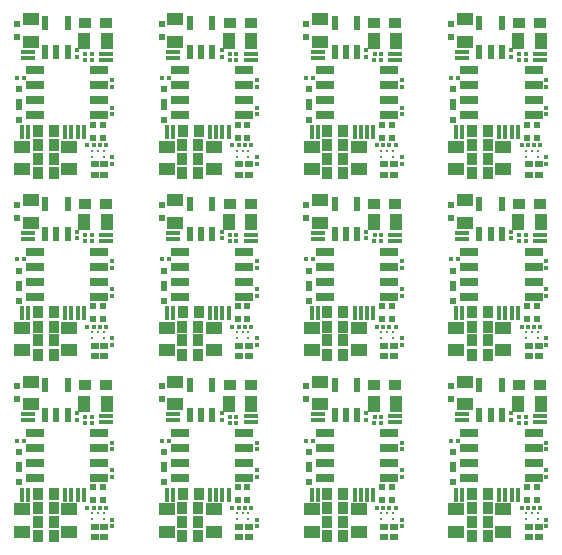
<source format=gtp>
G04*
G04 #@! TF.GenerationSoftware,Altium Limited,Altium Designer,25.0.2 (28)*
G04*
G04 Layer_Color=8421504*
%FSLAX44Y44*%
%MOMM*%
G71*
G04*
G04 #@! TF.SameCoordinates,6A123C44-6EB7-423C-9969-B25F4FCB3D5A*
G04*
G04*
G04 #@! TF.FilePolarity,Positive*
G04*
G01*
G75*
%ADD11R,0.6000X0.6000*%
%ADD12R,0.3500X0.3500*%
%ADD13R,1.5250X0.6500*%
%ADD14R,0.6000X1.2000*%
%ADD15R,0.3500X0.3500*%
%ADD16R,1.4000X1.0000*%
%ADD17R,1.1500X0.3250*%
%ADD18R,0.3250X1.1500*%
%ADD19R,0.6400X0.6000*%
%ADD20R,1.0000X1.4000*%
%ADD21R,0.9000X1.0000*%
%ADD22R,1.0000X0.9000*%
%ADD23C,0.2500*%
D11*
X51390Y195160D02*
D03*
Y206160D02*
D03*
X115890Y109410D02*
D03*
Y120410D02*
D03*
X123890Y109410D02*
D03*
Y120410D02*
D03*
X53390Y139410D02*
D03*
Y150410D02*
D03*
Y124910D02*
D03*
Y135910D02*
D03*
X173890Y195160D02*
D03*
Y206160D02*
D03*
X238390Y109410D02*
D03*
Y120410D02*
D03*
X246390Y109410D02*
D03*
Y120410D02*
D03*
X175890Y139410D02*
D03*
Y150410D02*
D03*
Y124910D02*
D03*
Y135910D02*
D03*
X296390Y195160D02*
D03*
Y206160D02*
D03*
X360890Y109410D02*
D03*
Y120410D02*
D03*
X368890Y109410D02*
D03*
Y120410D02*
D03*
X298390Y139410D02*
D03*
Y150410D02*
D03*
Y124910D02*
D03*
Y135910D02*
D03*
X418890Y195160D02*
D03*
Y206160D02*
D03*
X483390Y109410D02*
D03*
Y120410D02*
D03*
X491390Y109410D02*
D03*
Y120410D02*
D03*
X420890Y139410D02*
D03*
Y150410D02*
D03*
Y124910D02*
D03*
Y135910D02*
D03*
X51390Y348660D02*
D03*
Y359660D02*
D03*
X115890Y262910D02*
D03*
Y273910D02*
D03*
X123890Y262910D02*
D03*
Y273910D02*
D03*
X53390Y292910D02*
D03*
Y303910D02*
D03*
Y278410D02*
D03*
Y289410D02*
D03*
X173890Y348660D02*
D03*
Y359660D02*
D03*
X238390Y262910D02*
D03*
Y273910D02*
D03*
X246390Y262910D02*
D03*
Y273910D02*
D03*
X175890Y292910D02*
D03*
Y303910D02*
D03*
Y278410D02*
D03*
Y289410D02*
D03*
X296390Y348660D02*
D03*
Y359660D02*
D03*
X360890Y262910D02*
D03*
Y273910D02*
D03*
X368890Y262910D02*
D03*
Y273910D02*
D03*
X298390Y292910D02*
D03*
Y303910D02*
D03*
Y278410D02*
D03*
Y289410D02*
D03*
X418890Y348660D02*
D03*
Y359660D02*
D03*
X483390Y262910D02*
D03*
Y273910D02*
D03*
X491390Y262910D02*
D03*
Y273910D02*
D03*
X420890Y292910D02*
D03*
Y303910D02*
D03*
Y278410D02*
D03*
Y289410D02*
D03*
X51390Y502160D02*
D03*
Y513160D02*
D03*
X115890Y416410D02*
D03*
Y427410D02*
D03*
X123890Y416410D02*
D03*
Y427410D02*
D03*
X53390Y446410D02*
D03*
Y457410D02*
D03*
Y431910D02*
D03*
Y442910D02*
D03*
X173890Y502160D02*
D03*
Y513160D02*
D03*
X238390Y416410D02*
D03*
Y427410D02*
D03*
X246390Y416410D02*
D03*
Y427410D02*
D03*
X175890Y446410D02*
D03*
Y457410D02*
D03*
Y431910D02*
D03*
Y442910D02*
D03*
X296390Y502160D02*
D03*
Y513160D02*
D03*
X360890Y416410D02*
D03*
Y427410D02*
D03*
X368890Y416410D02*
D03*
Y427410D02*
D03*
X298390Y446410D02*
D03*
Y457410D02*
D03*
Y431910D02*
D03*
Y442910D02*
D03*
X418890Y502160D02*
D03*
Y513160D02*
D03*
X483390Y416410D02*
D03*
Y427410D02*
D03*
X491390Y416410D02*
D03*
Y427410D02*
D03*
X420890Y446410D02*
D03*
Y457410D02*
D03*
Y431910D02*
D03*
Y442910D02*
D03*
D12*
X132140Y134910D02*
D03*
Y129410D02*
D03*
X102140Y177910D02*
D03*
Y183610D02*
D03*
X132107Y152693D02*
D03*
Y158392D02*
D03*
X132140Y87410D02*
D03*
Y93110D02*
D03*
X254640Y134910D02*
D03*
Y129410D02*
D03*
X224640Y177910D02*
D03*
Y183610D02*
D03*
X254607Y152693D02*
D03*
Y158392D02*
D03*
X254640Y87410D02*
D03*
Y93110D02*
D03*
X377140Y134910D02*
D03*
Y129410D02*
D03*
X347140Y177910D02*
D03*
Y183610D02*
D03*
X377107Y152693D02*
D03*
Y158392D02*
D03*
X377140Y87410D02*
D03*
Y93110D02*
D03*
X499640Y134910D02*
D03*
Y129410D02*
D03*
X469640Y177910D02*
D03*
Y183610D02*
D03*
X499607Y152693D02*
D03*
Y158392D02*
D03*
X499640Y87410D02*
D03*
Y93110D02*
D03*
X132140Y288410D02*
D03*
Y282910D02*
D03*
X102140Y331410D02*
D03*
Y337110D02*
D03*
X132107Y306192D02*
D03*
Y311893D02*
D03*
X132140Y240910D02*
D03*
Y246610D02*
D03*
X254640Y288410D02*
D03*
Y282910D02*
D03*
X224640Y331410D02*
D03*
Y337110D02*
D03*
X254607Y306192D02*
D03*
Y311893D02*
D03*
X254640Y240910D02*
D03*
Y246610D02*
D03*
X377140Y288410D02*
D03*
Y282910D02*
D03*
X347140Y331410D02*
D03*
Y337110D02*
D03*
X377107Y306192D02*
D03*
Y311893D02*
D03*
X377140Y240910D02*
D03*
Y246610D02*
D03*
X499640Y288410D02*
D03*
Y282910D02*
D03*
X469640Y331410D02*
D03*
Y337110D02*
D03*
X499607Y306192D02*
D03*
Y311893D02*
D03*
X499640Y240910D02*
D03*
Y246610D02*
D03*
X132140Y441910D02*
D03*
Y436410D02*
D03*
X102140Y484910D02*
D03*
Y490610D02*
D03*
X132107Y459692D02*
D03*
Y465392D02*
D03*
X132140Y394410D02*
D03*
Y400110D02*
D03*
X254640Y441910D02*
D03*
Y436410D02*
D03*
X224640Y484910D02*
D03*
Y490610D02*
D03*
X254607Y459692D02*
D03*
Y465392D02*
D03*
X254640Y394410D02*
D03*
Y400110D02*
D03*
X377140Y441910D02*
D03*
Y436410D02*
D03*
X347140Y484910D02*
D03*
Y490610D02*
D03*
X377107Y459692D02*
D03*
Y465392D02*
D03*
X377140Y394410D02*
D03*
Y400110D02*
D03*
X499640Y441910D02*
D03*
Y436410D02*
D03*
X469640Y484910D02*
D03*
Y490610D02*
D03*
X499607Y459692D02*
D03*
Y465392D02*
D03*
X499640Y394410D02*
D03*
Y400110D02*
D03*
D13*
X67020Y128360D02*
D03*
Y141060D02*
D03*
Y153760D02*
D03*
Y166460D02*
D03*
X121260Y128360D02*
D03*
Y141060D02*
D03*
Y166460D02*
D03*
Y153760D02*
D03*
X189520Y128360D02*
D03*
Y141060D02*
D03*
Y153760D02*
D03*
Y166460D02*
D03*
X243760Y128360D02*
D03*
Y141060D02*
D03*
Y166460D02*
D03*
Y153760D02*
D03*
X312020Y128360D02*
D03*
Y141060D02*
D03*
Y153760D02*
D03*
Y166460D02*
D03*
X366260Y128360D02*
D03*
Y141060D02*
D03*
Y166460D02*
D03*
Y153760D02*
D03*
X434520Y128360D02*
D03*
Y141060D02*
D03*
Y153760D02*
D03*
Y166460D02*
D03*
X488760Y128360D02*
D03*
Y141060D02*
D03*
Y166460D02*
D03*
Y153760D02*
D03*
X67020Y281860D02*
D03*
Y294560D02*
D03*
Y307260D02*
D03*
Y319960D02*
D03*
X121260Y281860D02*
D03*
Y294560D02*
D03*
Y319960D02*
D03*
Y307260D02*
D03*
X189520Y281860D02*
D03*
Y294560D02*
D03*
Y307260D02*
D03*
Y319960D02*
D03*
X243760Y281860D02*
D03*
Y294560D02*
D03*
Y319960D02*
D03*
Y307260D02*
D03*
X312020Y281860D02*
D03*
Y294560D02*
D03*
Y307260D02*
D03*
Y319960D02*
D03*
X366260Y281860D02*
D03*
Y294560D02*
D03*
Y319960D02*
D03*
Y307260D02*
D03*
X434520Y281860D02*
D03*
Y294560D02*
D03*
Y307260D02*
D03*
Y319960D02*
D03*
X488760Y281860D02*
D03*
Y294560D02*
D03*
Y319960D02*
D03*
Y307260D02*
D03*
X67020Y435360D02*
D03*
Y448060D02*
D03*
Y460760D02*
D03*
Y473460D02*
D03*
X121260Y435360D02*
D03*
Y448060D02*
D03*
Y473460D02*
D03*
Y460760D02*
D03*
X189520Y435360D02*
D03*
Y448060D02*
D03*
Y460760D02*
D03*
Y473460D02*
D03*
X243760Y435360D02*
D03*
Y448060D02*
D03*
Y473460D02*
D03*
Y460760D02*
D03*
X312020Y435360D02*
D03*
Y448060D02*
D03*
Y460760D02*
D03*
Y473460D02*
D03*
X366260Y435360D02*
D03*
Y448060D02*
D03*
Y473460D02*
D03*
Y460760D02*
D03*
X434520Y435360D02*
D03*
Y448060D02*
D03*
Y460760D02*
D03*
Y473460D02*
D03*
X488760Y435360D02*
D03*
Y448060D02*
D03*
Y473460D02*
D03*
Y460760D02*
D03*
D14*
X84890Y181910D02*
D03*
X75390D02*
D03*
X94390D02*
D03*
X75390Y206910D02*
D03*
X94390D02*
D03*
X207390Y181910D02*
D03*
X197890D02*
D03*
X216890D02*
D03*
X197890Y206910D02*
D03*
X216890D02*
D03*
X329890Y181910D02*
D03*
X320390D02*
D03*
X339390D02*
D03*
X320390Y206910D02*
D03*
X339390D02*
D03*
X452390Y181910D02*
D03*
X442890D02*
D03*
X461890D02*
D03*
X442890Y206910D02*
D03*
X461890D02*
D03*
X84890Y335410D02*
D03*
X75390D02*
D03*
X94390D02*
D03*
X75390Y360410D02*
D03*
X94390D02*
D03*
X207390Y335410D02*
D03*
X197890D02*
D03*
X216890D02*
D03*
X197890Y360410D02*
D03*
X216890D02*
D03*
X329890Y335410D02*
D03*
X320390D02*
D03*
X339390D02*
D03*
X320390Y360410D02*
D03*
X339390D02*
D03*
X452390Y335410D02*
D03*
X442890D02*
D03*
X461890D02*
D03*
X442890Y360410D02*
D03*
X461890D02*
D03*
X84890Y488910D02*
D03*
X75390D02*
D03*
X94390D02*
D03*
X75390Y513910D02*
D03*
X94390D02*
D03*
X207390Y488910D02*
D03*
X197890D02*
D03*
X216890D02*
D03*
X197890Y513910D02*
D03*
X216890D02*
D03*
X329890Y488910D02*
D03*
X320390D02*
D03*
X339390D02*
D03*
X320390Y513910D02*
D03*
X339390D02*
D03*
X452390Y488910D02*
D03*
X442890D02*
D03*
X461890D02*
D03*
X442890Y513910D02*
D03*
X461890D02*
D03*
D15*
X51537Y160113D02*
D03*
X57237D02*
D03*
X109140Y180410D02*
D03*
X114640D02*
D03*
X109110Y175190D02*
D03*
X114610D02*
D03*
X121640Y103160D02*
D03*
X127140D02*
D03*
X111140D02*
D03*
X116640D02*
D03*
X174037Y160113D02*
D03*
X179737D02*
D03*
X231640Y180410D02*
D03*
X237140D02*
D03*
X231610Y175190D02*
D03*
X237110D02*
D03*
X244140Y103160D02*
D03*
X249640D02*
D03*
X233640D02*
D03*
X239140D02*
D03*
X296537Y160113D02*
D03*
X302237D02*
D03*
X354140Y180410D02*
D03*
X359640D02*
D03*
X354110Y175190D02*
D03*
X359610D02*
D03*
X366640Y103160D02*
D03*
X372140D02*
D03*
X356140D02*
D03*
X361640D02*
D03*
X419037Y160113D02*
D03*
X424737D02*
D03*
X476640Y180410D02*
D03*
X482140D02*
D03*
X476610Y175190D02*
D03*
X482110D02*
D03*
X489140Y103160D02*
D03*
X494640D02*
D03*
X478640D02*
D03*
X484140D02*
D03*
X51537Y313613D02*
D03*
X57237D02*
D03*
X109140Y333910D02*
D03*
X114640D02*
D03*
X109110Y328690D02*
D03*
X114610D02*
D03*
X121640Y256660D02*
D03*
X127140D02*
D03*
X111140D02*
D03*
X116640D02*
D03*
X174037Y313613D02*
D03*
X179737D02*
D03*
X231640Y333910D02*
D03*
X237140D02*
D03*
X231610Y328690D02*
D03*
X237110D02*
D03*
X244140Y256660D02*
D03*
X249640D02*
D03*
X233640D02*
D03*
X239140D02*
D03*
X296537Y313613D02*
D03*
X302237D02*
D03*
X354140Y333910D02*
D03*
X359640D02*
D03*
X354110Y328690D02*
D03*
X359610D02*
D03*
X366640Y256660D02*
D03*
X372140D02*
D03*
X356140D02*
D03*
X361640D02*
D03*
X419037Y313613D02*
D03*
X424737D02*
D03*
X476640Y333910D02*
D03*
X482140D02*
D03*
X476610Y328690D02*
D03*
X482110D02*
D03*
X489140Y256660D02*
D03*
X494640D02*
D03*
X478640D02*
D03*
X484140D02*
D03*
X51537Y467113D02*
D03*
X57237D02*
D03*
X109140Y487410D02*
D03*
X114640D02*
D03*
X109110Y482190D02*
D03*
X114610D02*
D03*
X121640Y410160D02*
D03*
X127140D02*
D03*
X111140D02*
D03*
X116640D02*
D03*
X174037Y467113D02*
D03*
X179737D02*
D03*
X231640Y487410D02*
D03*
X237140D02*
D03*
X231610Y482190D02*
D03*
X237110D02*
D03*
X244140Y410160D02*
D03*
X249640D02*
D03*
X233640D02*
D03*
X239140D02*
D03*
X296537Y467113D02*
D03*
X302237D02*
D03*
X354140Y487410D02*
D03*
X359640D02*
D03*
X354110Y482190D02*
D03*
X359610D02*
D03*
X366640Y410160D02*
D03*
X372140D02*
D03*
X356140D02*
D03*
X361640D02*
D03*
X419037Y467113D02*
D03*
X424737D02*
D03*
X476640Y487410D02*
D03*
X482140D02*
D03*
X476610Y482190D02*
D03*
X482110D02*
D03*
X489140Y410160D02*
D03*
X494640D02*
D03*
X478640D02*
D03*
X484140D02*
D03*
D16*
X55890Y101910D02*
D03*
Y82910D02*
D03*
X95640Y101910D02*
D03*
Y82910D02*
D03*
X62890Y209910D02*
D03*
Y190910D02*
D03*
X178390Y101910D02*
D03*
Y82910D02*
D03*
X218140Y101910D02*
D03*
Y82910D02*
D03*
X185390Y209910D02*
D03*
Y190910D02*
D03*
X300890Y101910D02*
D03*
Y82910D02*
D03*
X340640Y101910D02*
D03*
Y82910D02*
D03*
X307890Y209910D02*
D03*
Y190910D02*
D03*
X423390Y101910D02*
D03*
Y82910D02*
D03*
X463140Y101910D02*
D03*
Y82910D02*
D03*
X430390Y209910D02*
D03*
Y190910D02*
D03*
X55890Y255410D02*
D03*
Y236410D02*
D03*
X95640Y255410D02*
D03*
Y236410D02*
D03*
X62890Y363410D02*
D03*
Y344410D02*
D03*
X178390Y255410D02*
D03*
Y236410D02*
D03*
X218140Y255410D02*
D03*
Y236410D02*
D03*
X185390Y363410D02*
D03*
Y344410D02*
D03*
X300890Y255410D02*
D03*
Y236410D02*
D03*
X340640Y255410D02*
D03*
Y236410D02*
D03*
X307890Y363410D02*
D03*
Y344410D02*
D03*
X423390Y255410D02*
D03*
Y236410D02*
D03*
X463140Y255410D02*
D03*
Y236410D02*
D03*
X430390Y363410D02*
D03*
Y344410D02*
D03*
X55890Y408910D02*
D03*
Y389910D02*
D03*
X95640Y408910D02*
D03*
Y389910D02*
D03*
X62890Y516910D02*
D03*
Y497910D02*
D03*
X178390Y408910D02*
D03*
Y389910D02*
D03*
X218140Y408910D02*
D03*
Y389910D02*
D03*
X185390Y516910D02*
D03*
Y497910D02*
D03*
X300890Y408910D02*
D03*
Y389910D02*
D03*
X340640Y408910D02*
D03*
Y389910D02*
D03*
X307890Y516910D02*
D03*
Y497910D02*
D03*
X423390Y408910D02*
D03*
Y389910D02*
D03*
X463140Y408910D02*
D03*
Y389910D02*
D03*
X430390Y516910D02*
D03*
Y497910D02*
D03*
D17*
X60890Y177160D02*
D03*
Y182410D02*
D03*
X126700Y175564D02*
D03*
Y180814D02*
D03*
X183390Y177160D02*
D03*
Y182410D02*
D03*
X249200Y175564D02*
D03*
Y180814D02*
D03*
X305890Y177160D02*
D03*
Y182410D02*
D03*
X371701Y175564D02*
D03*
Y180814D02*
D03*
X428390Y177160D02*
D03*
Y182410D02*
D03*
X494201Y175564D02*
D03*
Y180814D02*
D03*
X60890Y330660D02*
D03*
Y335910D02*
D03*
X126700Y329064D02*
D03*
Y334314D02*
D03*
X183390Y330660D02*
D03*
Y335910D02*
D03*
X249200Y329064D02*
D03*
Y334314D02*
D03*
X305890Y330660D02*
D03*
Y335910D02*
D03*
X371701Y329064D02*
D03*
Y334314D02*
D03*
X428390Y330660D02*
D03*
Y335910D02*
D03*
X494201Y329064D02*
D03*
Y334314D02*
D03*
X60890Y484160D02*
D03*
Y489410D02*
D03*
X126700Y482564D02*
D03*
Y487814D02*
D03*
X183390Y484160D02*
D03*
Y489410D02*
D03*
X249200Y482564D02*
D03*
Y487814D02*
D03*
X305890Y484160D02*
D03*
Y489410D02*
D03*
X371701Y482564D02*
D03*
Y487814D02*
D03*
X428390Y484160D02*
D03*
Y489410D02*
D03*
X494201Y482564D02*
D03*
Y487814D02*
D03*
D18*
X61140Y114410D02*
D03*
X55890D02*
D03*
X97515D02*
D03*
X92265D02*
D03*
X108140D02*
D03*
X102890D02*
D03*
X183640D02*
D03*
X178390D02*
D03*
X220015D02*
D03*
X214765D02*
D03*
X230640D02*
D03*
X225390D02*
D03*
X306140D02*
D03*
X300890D02*
D03*
X342515D02*
D03*
X337265D02*
D03*
X353140D02*
D03*
X347890D02*
D03*
X428640D02*
D03*
X423390D02*
D03*
X465015D02*
D03*
X459765D02*
D03*
X475640D02*
D03*
X470390D02*
D03*
X61140Y267910D02*
D03*
X55890D02*
D03*
X97515D02*
D03*
X92265D02*
D03*
X108140D02*
D03*
X102890D02*
D03*
X183640D02*
D03*
X178390D02*
D03*
X220015D02*
D03*
X214765D02*
D03*
X230640D02*
D03*
X225390D02*
D03*
X306140D02*
D03*
X300890D02*
D03*
X342515D02*
D03*
X337265D02*
D03*
X353140D02*
D03*
X347890D02*
D03*
X428640D02*
D03*
X423390D02*
D03*
X465015D02*
D03*
X459765D02*
D03*
X475640D02*
D03*
X470390D02*
D03*
X61140Y421410D02*
D03*
X55890D02*
D03*
X97515D02*
D03*
X92265D02*
D03*
X108140D02*
D03*
X102890D02*
D03*
X183640D02*
D03*
X178390D02*
D03*
X220015D02*
D03*
X214765D02*
D03*
X230640D02*
D03*
X225390D02*
D03*
X306140D02*
D03*
X300890D02*
D03*
X342515D02*
D03*
X337265D02*
D03*
X353140D02*
D03*
X347890D02*
D03*
X428640D02*
D03*
X423390D02*
D03*
X465015D02*
D03*
X459765D02*
D03*
X475640D02*
D03*
X470390D02*
D03*
D19*
X125513Y78064D02*
D03*
Y86864D02*
D03*
X117090Y78064D02*
D03*
Y86864D02*
D03*
X248013Y78064D02*
D03*
Y86864D02*
D03*
X239590Y78064D02*
D03*
Y86864D02*
D03*
X370513Y78064D02*
D03*
Y86864D02*
D03*
X362090Y78064D02*
D03*
Y86864D02*
D03*
X493013Y78064D02*
D03*
Y86864D02*
D03*
X484590Y78064D02*
D03*
Y86864D02*
D03*
X125513Y231564D02*
D03*
Y240364D02*
D03*
X117090Y231564D02*
D03*
Y240364D02*
D03*
X248013Y231564D02*
D03*
Y240364D02*
D03*
X239590Y231564D02*
D03*
Y240364D02*
D03*
X370513Y231564D02*
D03*
Y240364D02*
D03*
X362090Y231564D02*
D03*
Y240364D02*
D03*
X493013Y231564D02*
D03*
Y240364D02*
D03*
X484590Y231564D02*
D03*
Y240364D02*
D03*
X125513Y385064D02*
D03*
Y393864D02*
D03*
X117090Y385064D02*
D03*
Y393864D02*
D03*
X248013Y385064D02*
D03*
Y393864D02*
D03*
X239590Y385064D02*
D03*
Y393864D02*
D03*
X370513Y385064D02*
D03*
Y393864D02*
D03*
X362090Y385064D02*
D03*
Y393864D02*
D03*
X493013Y385064D02*
D03*
Y393864D02*
D03*
X484590Y385064D02*
D03*
Y393864D02*
D03*
D20*
X108390Y191410D02*
D03*
X127390D02*
D03*
X230890D02*
D03*
X249890D02*
D03*
X353390D02*
D03*
X372390D02*
D03*
X475890D02*
D03*
X494890D02*
D03*
X108390Y344910D02*
D03*
X127390D02*
D03*
X230890D02*
D03*
X249890D02*
D03*
X353390D02*
D03*
X372390D02*
D03*
X475890D02*
D03*
X494890D02*
D03*
X108390Y498410D02*
D03*
X127390D02*
D03*
X230890D02*
D03*
X249890D02*
D03*
X353390D02*
D03*
X372390D02*
D03*
X475890D02*
D03*
X494890D02*
D03*
D21*
X68890Y103035D02*
D03*
X82390D02*
D03*
X69140Y115035D02*
D03*
X82640D02*
D03*
X68890Y91410D02*
D03*
X82390D02*
D03*
X68890Y79410D02*
D03*
X82390D02*
D03*
X191390Y103035D02*
D03*
X204890D02*
D03*
X191640Y115035D02*
D03*
X205140D02*
D03*
X191390Y91410D02*
D03*
X204890D02*
D03*
X191390Y79410D02*
D03*
X204890D02*
D03*
X313890Y103035D02*
D03*
X327390D02*
D03*
X314140Y115035D02*
D03*
X327640D02*
D03*
X313890Y91410D02*
D03*
X327390D02*
D03*
X313890Y79410D02*
D03*
X327390D02*
D03*
X436390Y103035D02*
D03*
X449890D02*
D03*
X436640Y115035D02*
D03*
X450140D02*
D03*
X436390Y91410D02*
D03*
X449890D02*
D03*
X436390Y79410D02*
D03*
X449890D02*
D03*
X68890Y256535D02*
D03*
X82390D02*
D03*
X69140Y268535D02*
D03*
X82640D02*
D03*
X68890Y244910D02*
D03*
X82390D02*
D03*
X68890Y232910D02*
D03*
X82390D02*
D03*
X191390Y256535D02*
D03*
X204890D02*
D03*
X191640Y268535D02*
D03*
X205140D02*
D03*
X191390Y244910D02*
D03*
X204890D02*
D03*
X191390Y232910D02*
D03*
X204890D02*
D03*
X313890Y256535D02*
D03*
X327390D02*
D03*
X314140Y268535D02*
D03*
X327640D02*
D03*
X313890Y244910D02*
D03*
X327390D02*
D03*
X313890Y232910D02*
D03*
X327390D02*
D03*
X436390Y256535D02*
D03*
X449890D02*
D03*
X436640Y268535D02*
D03*
X450140D02*
D03*
X436390Y244910D02*
D03*
X449890D02*
D03*
X436390Y232910D02*
D03*
X449890D02*
D03*
X68890Y410035D02*
D03*
X82390D02*
D03*
X69140Y422035D02*
D03*
X82640D02*
D03*
X68890Y398410D02*
D03*
X82390D02*
D03*
X68890Y386410D02*
D03*
X82390D02*
D03*
X191390Y410035D02*
D03*
X204890D02*
D03*
X191640Y422035D02*
D03*
X205140D02*
D03*
X191390Y398410D02*
D03*
X204890D02*
D03*
X191390Y386410D02*
D03*
X204890D02*
D03*
X313890Y410035D02*
D03*
X327390D02*
D03*
X314140Y422035D02*
D03*
X327640D02*
D03*
X313890Y398410D02*
D03*
X327390D02*
D03*
X313890Y386410D02*
D03*
X327390D02*
D03*
X436390Y410035D02*
D03*
X449890D02*
D03*
X436640Y422035D02*
D03*
X450140D02*
D03*
X436390Y398410D02*
D03*
X449890D02*
D03*
X436390Y386410D02*
D03*
X449890D02*
D03*
D22*
X108890Y206910D02*
D03*
X126890D02*
D03*
X231390D02*
D03*
X249390D02*
D03*
X353890D02*
D03*
X371890D02*
D03*
X476390D02*
D03*
X494390D02*
D03*
X108890Y360410D02*
D03*
X126890D02*
D03*
X231390D02*
D03*
X249390D02*
D03*
X353890D02*
D03*
X371890D02*
D03*
X476390D02*
D03*
X494390D02*
D03*
X108890Y513910D02*
D03*
X126890D02*
D03*
X231390D02*
D03*
X249390D02*
D03*
X353890D02*
D03*
X371890D02*
D03*
X476390D02*
D03*
X494390D02*
D03*
D23*
X114890Y98410D02*
D03*
Y93410D02*
D03*
X124890D02*
D03*
X119890Y98410D02*
D03*
X124890D02*
D03*
X237390D02*
D03*
Y93410D02*
D03*
X247390D02*
D03*
X242390Y98410D02*
D03*
X247390D02*
D03*
X359890D02*
D03*
Y93410D02*
D03*
X369890D02*
D03*
X364890Y98410D02*
D03*
X369890D02*
D03*
X482390D02*
D03*
Y93410D02*
D03*
X492390D02*
D03*
X487390Y98410D02*
D03*
X492390D02*
D03*
X114890Y251910D02*
D03*
Y246910D02*
D03*
X124890D02*
D03*
X119890Y251910D02*
D03*
X124890D02*
D03*
X237390D02*
D03*
Y246910D02*
D03*
X247390D02*
D03*
X242390Y251910D02*
D03*
X247390D02*
D03*
X359890D02*
D03*
Y246910D02*
D03*
X369890D02*
D03*
X364890Y251910D02*
D03*
X369890D02*
D03*
X482390D02*
D03*
Y246910D02*
D03*
X492390D02*
D03*
X487390Y251910D02*
D03*
X492390D02*
D03*
X114890Y405410D02*
D03*
Y400410D02*
D03*
X124890D02*
D03*
X119890Y405410D02*
D03*
X124890D02*
D03*
X237390D02*
D03*
Y400410D02*
D03*
X247390D02*
D03*
X242390Y405410D02*
D03*
X247390D02*
D03*
X359890D02*
D03*
Y400410D02*
D03*
X369890D02*
D03*
X364890Y405410D02*
D03*
X369890D02*
D03*
X482390D02*
D03*
Y400410D02*
D03*
X492390D02*
D03*
X487390Y405410D02*
D03*
X492390D02*
D03*
M02*

</source>
